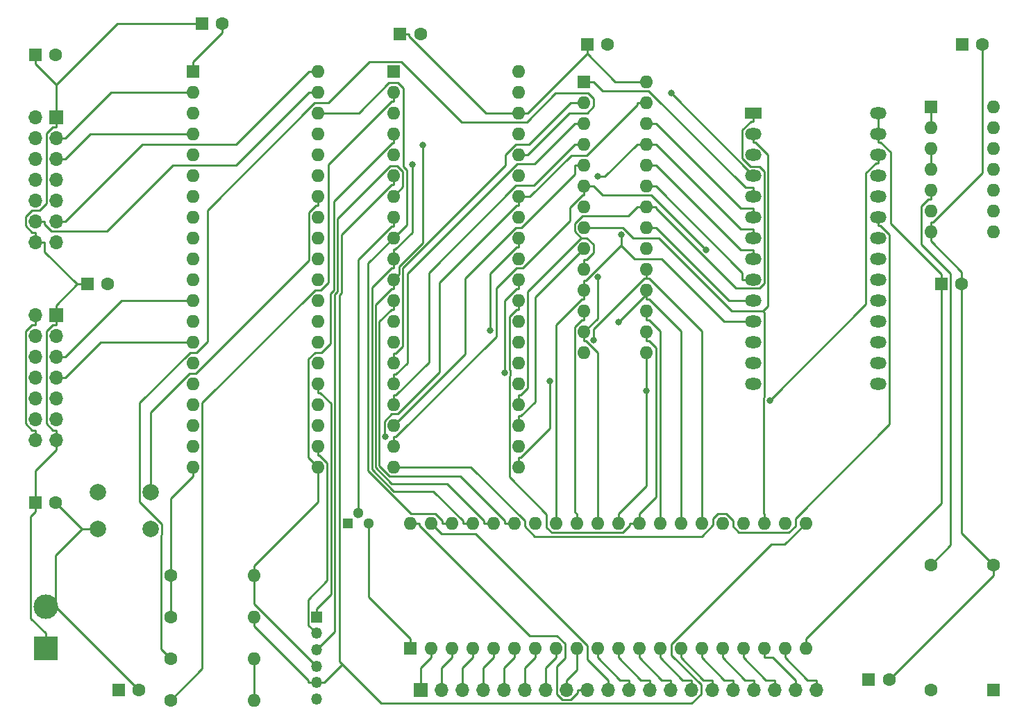
<source format=gbr>
%TF.GenerationSoftware,KiCad,Pcbnew,(5.1.10)-1*%
%TF.CreationDate,2021-06-24T21:47:08-07:00*%
%TF.ProjectId,6502helper,36353032-6865-46c7-9065-722e6b696361,rev?*%
%TF.SameCoordinates,Original*%
%TF.FileFunction,Copper,L2,Bot*%
%TF.FilePolarity,Positive*%
%FSLAX46Y46*%
G04 Gerber Fmt 4.6, Leading zero omitted, Abs format (unit mm)*
G04 Created by KiCad (PCBNEW (5.1.10)-1) date 2021-06-24 21:47:08*
%MOMM*%
%LPD*%
G01*
G04 APERTURE LIST*
%TA.AperFunction,ComponentPad*%
%ADD10O,1.600000X1.600000*%
%TD*%
%TA.AperFunction,ComponentPad*%
%ADD11R,1.600000X1.600000*%
%TD*%
%TA.AperFunction,ComponentPad*%
%ADD12O,2.000000X1.440000*%
%TD*%
%TA.AperFunction,ComponentPad*%
%ADD13R,2.000000X1.440000*%
%TD*%
%TA.AperFunction,ComponentPad*%
%ADD14C,1.600000*%
%TD*%
%TA.AperFunction,ComponentPad*%
%ADD15O,1.700000X1.700000*%
%TD*%
%TA.AperFunction,ComponentPad*%
%ADD16R,1.700000X1.700000*%
%TD*%
%TA.AperFunction,ComponentPad*%
%ADD17R,1.300000X1.300000*%
%TD*%
%TA.AperFunction,ComponentPad*%
%ADD18C,1.300000*%
%TD*%
%TA.AperFunction,ComponentPad*%
%ADD19C,2.000000*%
%TD*%
%TA.AperFunction,ComponentPad*%
%ADD20O,1.350000X1.350000*%
%TD*%
%TA.AperFunction,ComponentPad*%
%ADD21R,1.350000X1.350000*%
%TD*%
%TA.AperFunction,ComponentPad*%
%ADD22C,3.000000*%
%TD*%
%TA.AperFunction,ComponentPad*%
%ADD23R,3.000000X3.000000*%
%TD*%
%TA.AperFunction,ViaPad*%
%ADD24C,0.800000*%
%TD*%
%TA.AperFunction,Conductor*%
%ADD25C,0.250000*%
%TD*%
G04 APERTURE END LIST*
D10*
%TO.P,U7,40*%
%TO.N,IO28*%
X114300000Y-91440000D03*
%TO.P,U7,20*%
%TO.N,+5V*%
X162560000Y-106680000D03*
%TO.P,U7,39*%
%TO.N,IO29*%
X116840000Y-91440000D03*
%TO.P,U7,19*%
%TO.N,IO39*%
X160020000Y-106680000D03*
%TO.P,U7,38*%
%TO.N,/A0*%
X119380000Y-91440000D03*
%TO.P,U7,18*%
%TO.N,IO38*%
X157480000Y-106680000D03*
%TO.P,U7,37*%
%TO.N,/A1*%
X121920000Y-91440000D03*
%TO.P,U7,17*%
%TO.N,IO37*%
X154940000Y-106680000D03*
%TO.P,U7,36*%
%TO.N,/A2*%
X124460000Y-91440000D03*
%TO.P,U7,16*%
%TO.N,IO36*%
X152400000Y-106680000D03*
%TO.P,U7,35*%
%TO.N,/A3*%
X127000000Y-91440000D03*
%TO.P,U7,15*%
%TO.N,IO35*%
X149860000Y-106680000D03*
%TO.P,U7,34*%
%TO.N,~RESET~*%
X129540000Y-91440000D03*
%TO.P,U7,14*%
%TO.N,IO34*%
X147320000Y-106680000D03*
%TO.P,U7,33*%
%TO.N,/D0*%
X132080000Y-91440000D03*
%TO.P,U7,13*%
%TO.N,IO33*%
X144780000Y-106680000D03*
%TO.P,U7,32*%
%TO.N,/D1*%
X134620000Y-91440000D03*
%TO.P,U7,12*%
%TO.N,IO32*%
X142240000Y-106680000D03*
%TO.P,U7,31*%
%TO.N,/D2*%
X137160000Y-91440000D03*
%TO.P,U7,11*%
%TO.N,IO31*%
X139700000Y-106680000D03*
%TO.P,U7,30*%
%TO.N,/D3*%
X139700000Y-91440000D03*
%TO.P,U7,10*%
%TO.N,IO30*%
X137160000Y-106680000D03*
%TO.P,U7,29*%
%TO.N,/D4*%
X142240000Y-91440000D03*
%TO.P,U7,9*%
%TO.N,IO27*%
X134620000Y-106680000D03*
%TO.P,U7,28*%
%TO.N,/D5*%
X144780000Y-91440000D03*
%TO.P,U7,8*%
%TO.N,IO26*%
X132080000Y-106680000D03*
%TO.P,U7,27*%
%TO.N,/D6*%
X147320000Y-91440000D03*
%TO.P,U7,7*%
%TO.N,IO25*%
X129540000Y-106680000D03*
%TO.P,U7,26*%
%TO.N,/D7*%
X149860000Y-91440000D03*
%TO.P,U7,6*%
%TO.N,IO24*%
X127000000Y-106680000D03*
%TO.P,U7,25*%
%TO.N,CLK*%
X152400000Y-91440000D03*
%TO.P,U7,5*%
%TO.N,IO23*%
X124460000Y-106680000D03*
%TO.P,U7,24*%
%TO.N,/~IOSEL~*%
X154940000Y-91440000D03*
%TO.P,U7,4*%
%TO.N,IO22*%
X121920000Y-106680000D03*
%TO.P,U7,23*%
%TO.N,/A12*%
X157480000Y-91440000D03*
%TO.P,U7,3*%
%TO.N,IO21*%
X119380000Y-106680000D03*
%TO.P,U7,22*%
%TO.N,R~W~*%
X160020000Y-91440000D03*
%TO.P,U7,2*%
%TO.N,IO20*%
X116840000Y-106680000D03*
%TO.P,U7,21*%
%TO.N,~NMI~*%
X162560000Y-91440000D03*
D11*
%TO.P,U7,1*%
%TO.N,GND*%
X114300000Y-106680000D03*
%TD*%
D12*
%TO.P,U3,15*%
%TO.N,/D3*%
X171400000Y-74420000D03*
%TO.P,U3,14*%
%TO.N,GND*%
X156160000Y-74420000D03*
%TO.P,U3,16*%
%TO.N,/D4*%
X171400000Y-71880000D03*
%TO.P,U3,13*%
%TO.N,/D2*%
X156160000Y-71880000D03*
%TO.P,U3,17*%
%TO.N,/D5*%
X171400000Y-69340000D03*
%TO.P,U3,12*%
%TO.N,/D1*%
X156160000Y-69340000D03*
%TO.P,U3,18*%
%TO.N,/D6*%
X171400000Y-66800000D03*
%TO.P,U3,11*%
%TO.N,/D0*%
X156160000Y-66800000D03*
%TO.P,U3,19*%
%TO.N,/D7*%
X171400000Y-64260000D03*
%TO.P,U3,10*%
%TO.N,/A0*%
X156160000Y-64260000D03*
%TO.P,U3,20*%
%TO.N,/~ROMSEL~*%
X171400000Y-61720000D03*
%TO.P,U3,9*%
%TO.N,/A1*%
X156160000Y-61720000D03*
%TO.P,U3,21*%
%TO.N,/A10*%
X171400000Y-59180000D03*
%TO.P,U3,8*%
%TO.N,/A2*%
X156160000Y-59180000D03*
%TO.P,U3,22*%
%TO.N,GND*%
X171400000Y-56640000D03*
%TO.P,U3,7*%
%TO.N,/A3*%
X156160000Y-56640000D03*
%TO.P,U3,23*%
%TO.N,/A11*%
X171400000Y-54100000D03*
%TO.P,U3,6*%
%TO.N,/A4*%
X156160000Y-54100000D03*
%TO.P,U3,24*%
%TO.N,/A9*%
X171400000Y-51560000D03*
%TO.P,U3,5*%
%TO.N,/A5*%
X156160000Y-51560000D03*
%TO.P,U3,25*%
%TO.N,/A8*%
X171400000Y-49020000D03*
%TO.P,U3,4*%
%TO.N,/A6*%
X156160000Y-49020000D03*
%TO.P,U3,26*%
%TO.N,/A13*%
X171400000Y-46480000D03*
%TO.P,U3,3*%
%TO.N,/A7*%
X156160000Y-46480000D03*
%TO.P,U3,27*%
%TO.N,+5V*%
X171400000Y-43940000D03*
%TO.P,U3,2*%
%TO.N,/A12*%
X156160000Y-43940000D03*
%TO.P,U3,28*%
%TO.N,+5V*%
X171400000Y-41400000D03*
D13*
%TO.P,U3,1*%
%TO.N,/A14*%
X156160000Y-41400000D03*
%TD*%
D10*
%TO.P,R4,2*%
%TO.N,~IRQ~*%
X95250000Y-97790000D03*
D14*
%TO.P,R4,1*%
%TO.N,+5V*%
X85090000Y-97790000D03*
%TD*%
D10*
%TO.P,R3,2*%
%TO.N,~NMI~*%
X95250000Y-102870000D03*
D14*
%TO.P,R3,1*%
%TO.N,+5V*%
X85090000Y-102870000D03*
%TD*%
D15*
%TO.P,J5,20*%
%TO.N,IO39*%
X163830000Y-111760000D03*
%TO.P,J5,19*%
%TO.N,IO38*%
X161290000Y-111760000D03*
%TO.P,J5,18*%
%TO.N,IO37*%
X158750000Y-111760000D03*
%TO.P,J5,17*%
%TO.N,IO36*%
X156210000Y-111760000D03*
%TO.P,J5,16*%
%TO.N,IO35*%
X153670000Y-111760000D03*
%TO.P,J5,15*%
%TO.N,IO34*%
X151130000Y-111760000D03*
%TO.P,J5,14*%
%TO.N,IO33*%
X148590000Y-111760000D03*
%TO.P,J5,13*%
%TO.N,IO32*%
X146050000Y-111760000D03*
%TO.P,J5,12*%
%TO.N,IO31*%
X143510000Y-111760000D03*
%TO.P,J5,11*%
%TO.N,IO30*%
X140970000Y-111760000D03*
%TO.P,J5,10*%
%TO.N,IO29*%
X138430000Y-111760000D03*
%TO.P,J5,9*%
%TO.N,IO28*%
X135890000Y-111760000D03*
%TO.P,J5,8*%
%TO.N,IO27*%
X133350000Y-111760000D03*
%TO.P,J5,7*%
%TO.N,IO26*%
X130810000Y-111760000D03*
%TO.P,J5,6*%
%TO.N,IO25*%
X128270000Y-111760000D03*
%TO.P,J5,5*%
%TO.N,IO24*%
X125730000Y-111760000D03*
%TO.P,J5,4*%
%TO.N,IO23*%
X123190000Y-111760000D03*
%TO.P,J5,3*%
%TO.N,IO22*%
X120650000Y-111760000D03*
%TO.P,J5,2*%
%TO.N,IO21*%
X118110000Y-111760000D03*
D16*
%TO.P,J5,1*%
%TO.N,IO20*%
X115570000Y-111760000D03*
%TD*%
D14*
%TO.P,C4,2*%
%TO.N,GND*%
X81240000Y-111760000D03*
D11*
%TO.P,C4,1*%
%TO.N,+5V*%
X78740000Y-111760000D03*
%TD*%
D14*
%TO.P,X1,7*%
%TO.N,GND*%
X185420000Y-96520000D03*
%TO.P,X1,8*%
%TO.N,CLK*%
X177800000Y-96520000D03*
%TO.P,X1,14*%
%TO.N,+5V*%
X177800000Y-111760000D03*
D11*
%TO.P,X1,1*%
%TO.N,N/C*%
X185420000Y-111760000D03*
%TD*%
D10*
%TO.P,U6,40*%
%TO.N,IO8*%
X103070000Y-36320000D03*
%TO.P,U6,20*%
%TO.N,+5V*%
X87830000Y-84580000D03*
%TO.P,U6,39*%
%TO.N,IO9*%
X103070000Y-38860000D03*
%TO.P,U6,19*%
%TO.N,IO19*%
X87830000Y-82040000D03*
%TO.P,U6,38*%
%TO.N,/A0*%
X103070000Y-41400000D03*
%TO.P,U6,18*%
%TO.N,IO18*%
X87830000Y-79500000D03*
%TO.P,U6,37*%
%TO.N,/A1*%
X103070000Y-43940000D03*
%TO.P,U6,17*%
%TO.N,IO17*%
X87830000Y-76960000D03*
%TO.P,U6,36*%
%TO.N,/A2*%
X103070000Y-46480000D03*
%TO.P,U6,16*%
%TO.N,IO16*%
X87830000Y-74420000D03*
%TO.P,U6,35*%
%TO.N,/A3*%
X103070000Y-49020000D03*
%TO.P,U6,15*%
%TO.N,IO15*%
X87830000Y-71880000D03*
%TO.P,U6,34*%
%TO.N,~RESET~*%
X103070000Y-51560000D03*
%TO.P,U6,14*%
%TO.N,IO14*%
X87830000Y-69340000D03*
%TO.P,U6,33*%
%TO.N,/D0*%
X103070000Y-54100000D03*
%TO.P,U6,13*%
%TO.N,IO13*%
X87830000Y-66800000D03*
%TO.P,U6,32*%
%TO.N,/D1*%
X103070000Y-56640000D03*
%TO.P,U6,12*%
%TO.N,IO12*%
X87830000Y-64260000D03*
%TO.P,U6,31*%
%TO.N,/D2*%
X103070000Y-59180000D03*
%TO.P,U6,11*%
%TO.N,IO11*%
X87830000Y-61720000D03*
%TO.P,U6,30*%
%TO.N,/D3*%
X103070000Y-61720000D03*
%TO.P,U6,10*%
%TO.N,IO10*%
X87830000Y-59180000D03*
%TO.P,U6,29*%
%TO.N,/D4*%
X103070000Y-64260000D03*
%TO.P,U6,9*%
%TO.N,IO7*%
X87830000Y-56640000D03*
%TO.P,U6,28*%
%TO.N,/D5*%
X103070000Y-66800000D03*
%TO.P,U6,8*%
%TO.N,IO6*%
X87830000Y-54100000D03*
%TO.P,U6,27*%
%TO.N,/D6*%
X103070000Y-69340000D03*
%TO.P,U6,7*%
%TO.N,IO5*%
X87830000Y-51560000D03*
%TO.P,U6,26*%
%TO.N,/D7*%
X103070000Y-71880000D03*
%TO.P,U6,6*%
%TO.N,IO4*%
X87830000Y-49020000D03*
%TO.P,U6,25*%
%TO.N,CLK*%
X103070000Y-74420000D03*
%TO.P,U6,5*%
%TO.N,IO3*%
X87830000Y-46480000D03*
%TO.P,U6,24*%
%TO.N,/~IOSEL~*%
X103070000Y-76960000D03*
%TO.P,U6,4*%
%TO.N,IO2*%
X87830000Y-43940000D03*
%TO.P,U6,23*%
%TO.N,/A13*%
X103070000Y-79500000D03*
%TO.P,U6,3*%
%TO.N,IO1*%
X87830000Y-41400000D03*
%TO.P,U6,22*%
%TO.N,R~W~*%
X103070000Y-82040000D03*
%TO.P,U6,2*%
%TO.N,IO0*%
X87830000Y-38860000D03*
%TO.P,U6,21*%
%TO.N,~IRQ~*%
X103070000Y-84580000D03*
D11*
%TO.P,U6,1*%
%TO.N,GND*%
X87830000Y-36320000D03*
%TD*%
D10*
%TO.P,U5,28*%
%TO.N,+5V*%
X143140000Y-37590000D03*
%TO.P,U5,14*%
%TO.N,GND*%
X135520000Y-70610000D03*
%TO.P,U5,27*%
%TO.N,R~W~*%
X143140000Y-40130000D03*
%TO.P,U5,13*%
%TO.N,/D2*%
X135520000Y-68070000D03*
%TO.P,U5,26*%
%TO.N,/A4*%
X143140000Y-42670000D03*
%TO.P,U5,12*%
%TO.N,/D1*%
X135520000Y-65530000D03*
%TO.P,U5,25*%
%TO.N,/A3*%
X143140000Y-45210000D03*
%TO.P,U5,11*%
%TO.N,/D0*%
X135520000Y-62990000D03*
%TO.P,U5,24*%
%TO.N,/A2*%
X143140000Y-47750000D03*
%TO.P,U5,10*%
%TO.N,/A14*%
X135520000Y-60450000D03*
%TO.P,U5,23*%
%TO.N,/A1*%
X143140000Y-50290000D03*
%TO.P,U5,9*%
%TO.N,/A13*%
X135520000Y-57910000D03*
%TO.P,U5,22*%
%TO.N,/A14*%
X143140000Y-52830000D03*
%TO.P,U5,8*%
%TO.N,/A12*%
X135520000Y-55370000D03*
%TO.P,U5,21*%
%TO.N,/A0*%
X143140000Y-55370000D03*
%TO.P,U5,7*%
%TO.N,/A11*%
X135520000Y-52830000D03*
%TO.P,U5,20*%
%TO.N,/~RAMSEL~*%
X143140000Y-57910000D03*
%TO.P,U5,6*%
%TO.N,/A10*%
X135520000Y-50290000D03*
%TO.P,U5,19*%
%TO.N,/D7*%
X143140000Y-60450000D03*
%TO.P,U5,5*%
%TO.N,/A9*%
X135520000Y-47750000D03*
%TO.P,U5,18*%
%TO.N,/D6*%
X143140000Y-62990000D03*
%TO.P,U5,4*%
%TO.N,/A8*%
X135520000Y-45210000D03*
%TO.P,U5,17*%
%TO.N,/D5*%
X143140000Y-65530000D03*
%TO.P,U5,3*%
%TO.N,/A7*%
X135520000Y-42670000D03*
%TO.P,U5,16*%
%TO.N,/D4*%
X143140000Y-68070000D03*
%TO.P,U5,2*%
%TO.N,/A6*%
X135520000Y-40130000D03*
%TO.P,U5,15*%
%TO.N,/D3*%
X143140000Y-70610000D03*
D11*
%TO.P,U5,1*%
%TO.N,/A5*%
X135520000Y-37590000D03*
%TD*%
D17*
%TO.P,U4,1*%
%TO.N,~RESET~*%
X106680000Y-91440000D03*
D18*
%TO.P,U4,3*%
%TO.N,GND*%
X109220000Y-91440000D03*
%TO.P,U4,2*%
%TO.N,+5V*%
X107950000Y-90170000D03*
%TD*%
D10*
%TO.P,U2,14*%
%TO.N,+5V*%
X185420000Y-40640000D03*
%TO.P,U2,7*%
%TO.N,GND*%
X177800000Y-55880000D03*
%TO.P,U2,13*%
%TO.N,N/C*%
X185420000Y-43180000D03*
%TO.P,U2,6*%
%TO.N,/~RAMSEL~*%
X177800000Y-53340000D03*
%TO.P,U2,12*%
%TO.N,N/C*%
X185420000Y-45720000D03*
%TO.P,U2,5*%
%TO.N,CLK*%
X177800000Y-50800000D03*
%TO.P,U2,11*%
%TO.N,N/C*%
X185420000Y-48260000D03*
%TO.P,U2,4*%
%TO.N,/~ROMSEL~*%
X177800000Y-48260000D03*
%TO.P,U2,10*%
%TO.N,/A14*%
X185420000Y-50800000D03*
%TO.P,U2,3*%
%TO.N,/~ROMSEL~*%
X177800000Y-45720000D03*
%TO.P,U2,9*%
X185420000Y-53340000D03*
%TO.P,U2,2*%
%TO.N,/A15*%
X177800000Y-43180000D03*
%TO.P,U2,8*%
%TO.N,/~IOSEL~*%
X185420000Y-55880000D03*
D11*
%TO.P,U2,1*%
%TO.N,/A15*%
X177800000Y-40640000D03*
%TD*%
D10*
%TO.P,U1,40*%
%TO.N,~RESET~*%
X127550000Y-36320000D03*
%TO.P,U1,20*%
%TO.N,/A11*%
X112310000Y-84580000D03*
%TO.P,U1,39*%
%TO.N,N/C*%
X127550000Y-38860000D03*
%TO.P,U1,19*%
%TO.N,/A10*%
X112310000Y-82040000D03*
%TO.P,U1,38*%
%TO.N,+5V*%
X127550000Y-41400000D03*
%TO.P,U1,18*%
%TO.N,/A9*%
X112310000Y-79500000D03*
%TO.P,U1,37*%
%TO.N,CLK*%
X127550000Y-43940000D03*
%TO.P,U1,17*%
%TO.N,/A8*%
X112310000Y-76960000D03*
%TO.P,U1,36*%
%TO.N,Net-(R2-Pad1)*%
X127550000Y-46480000D03*
%TO.P,U1,16*%
%TO.N,/A7*%
X112310000Y-74420000D03*
%TO.P,U1,35*%
%TO.N,N/C*%
X127550000Y-49020000D03*
%TO.P,U1,15*%
%TO.N,/A6*%
X112310000Y-71880000D03*
%TO.P,U1,34*%
%TO.N,R~W~*%
X127550000Y-51560000D03*
%TO.P,U1,14*%
%TO.N,/A5*%
X112310000Y-69340000D03*
%TO.P,U1,33*%
%TO.N,/D0*%
X127550000Y-54100000D03*
%TO.P,U1,13*%
%TO.N,/A4*%
X112310000Y-66800000D03*
%TO.P,U1,32*%
%TO.N,/D1*%
X127550000Y-56640000D03*
%TO.P,U1,12*%
%TO.N,/A3*%
X112310000Y-64260000D03*
%TO.P,U1,31*%
%TO.N,/D2*%
X127550000Y-59180000D03*
%TO.P,U1,11*%
%TO.N,/A2*%
X112310000Y-61720000D03*
%TO.P,U1,30*%
%TO.N,/D3*%
X127550000Y-61720000D03*
%TO.P,U1,10*%
%TO.N,/A1*%
X112310000Y-59180000D03*
%TO.P,U1,29*%
%TO.N,/D4*%
X127550000Y-64260000D03*
%TO.P,U1,9*%
%TO.N,/A0*%
X112310000Y-56640000D03*
%TO.P,U1,28*%
%TO.N,/D5*%
X127550000Y-66800000D03*
%TO.P,U1,8*%
%TO.N,+5V*%
X112310000Y-54100000D03*
%TO.P,U1,27*%
%TO.N,/D6*%
X127550000Y-69340000D03*
%TO.P,U1,7*%
%TO.N,Sync*%
X112310000Y-51560000D03*
%TO.P,U1,26*%
%TO.N,/D7*%
X127550000Y-71880000D03*
%TO.P,U1,6*%
%TO.N,~NMI~*%
X112310000Y-49020000D03*
%TO.P,U1,25*%
%TO.N,/A15*%
X127550000Y-74420000D03*
%TO.P,U1,5*%
%TO.N,N/C*%
X112310000Y-46480000D03*
%TO.P,U1,24*%
%TO.N,/A14*%
X127550000Y-76960000D03*
%TO.P,U1,4*%
%TO.N,~IRQ~*%
X112310000Y-43940000D03*
%TO.P,U1,23*%
%TO.N,/A13*%
X127550000Y-79500000D03*
%TO.P,U1,3*%
%TO.N,N/C*%
X112310000Y-41400000D03*
%TO.P,U1,22*%
%TO.N,/A12*%
X127550000Y-82040000D03*
%TO.P,U1,2*%
%TO.N,Net-(R1-Pad1)*%
X112310000Y-38860000D03*
%TO.P,U1,21*%
%TO.N,GND*%
X127550000Y-84580000D03*
D11*
%TO.P,U1,1*%
%TO.N,N/C*%
X112310000Y-36320000D03*
%TD*%
D19*
%TO.P,SW1,1*%
%TO.N,~RESET~*%
X82700000Y-87630000D03*
%TO.P,SW1,2*%
%TO.N,GND*%
X82700000Y-92130000D03*
%TO.P,SW1,1*%
%TO.N,~RESET~*%
X76200000Y-87630000D03*
%TO.P,SW1,2*%
%TO.N,GND*%
X76200000Y-92130000D03*
%TD*%
D10*
%TO.P,R2,2*%
%TO.N,+5V*%
X95250000Y-107950000D03*
D14*
%TO.P,R2,1*%
%TO.N,Net-(R2-Pad1)*%
X85090000Y-107950000D03*
%TD*%
D10*
%TO.P,R1,2*%
%TO.N,+5V*%
X95250000Y-113030000D03*
D14*
%TO.P,R1,1*%
%TO.N,Net-(R1-Pad1)*%
X85090000Y-113030000D03*
%TD*%
D20*
%TO.P,J4,6*%
%TO.N,~RESET~*%
X102870000Y-112870000D03*
%TO.P,J4,5*%
%TO.N,~NMI~*%
X102870000Y-110870000D03*
%TO.P,J4,4*%
%TO.N,~IRQ~*%
X102870000Y-108870000D03*
%TO.P,J4,3*%
%TO.N,Sync*%
X102870000Y-106870000D03*
%TO.P,J4,2*%
%TO.N,R~W~*%
X102870000Y-104870000D03*
D21*
%TO.P,J4,1*%
%TO.N,CLK*%
X102870000Y-102870000D03*
%TD*%
D22*
%TO.P,J3,2*%
%TO.N,GND*%
X69850000Y-101600000D03*
D23*
%TO.P,J3,1*%
%TO.N,+5V*%
X69850000Y-106680000D03*
%TD*%
D15*
%TO.P,J2,14*%
%TO.N,+5V*%
X68580000Y-57150000D03*
%TO.P,J2,13*%
%TO.N,GND*%
X71120000Y-57150000D03*
%TO.P,J2,12*%
%TO.N,IO9*%
X68580000Y-54610000D03*
%TO.P,J2,11*%
%TO.N,IO8*%
X71120000Y-54610000D03*
%TO.P,J2,10*%
%TO.N,IO7*%
X68580000Y-52070000D03*
%TO.P,J2,9*%
%TO.N,IO6*%
X71120000Y-52070000D03*
%TO.P,J2,8*%
%TO.N,IO5*%
X68580000Y-49530000D03*
%TO.P,J2,7*%
%TO.N,IO4*%
X71120000Y-49530000D03*
%TO.P,J2,6*%
%TO.N,IO3*%
X68580000Y-46990000D03*
%TO.P,J2,5*%
%TO.N,IO2*%
X71120000Y-46990000D03*
%TO.P,J2,4*%
%TO.N,IO1*%
X68580000Y-44450000D03*
%TO.P,J2,3*%
%TO.N,IO0*%
X71120000Y-44450000D03*
%TO.P,J2,2*%
%TO.N,GND*%
X68580000Y-41910000D03*
D16*
%TO.P,J2,1*%
%TO.N,+5V*%
X71120000Y-41910000D03*
%TD*%
D15*
%TO.P,J1,14*%
%TO.N,GND*%
X68580000Y-81280000D03*
%TO.P,J1,13*%
%TO.N,+5V*%
X71120000Y-81280000D03*
%TO.P,J1,12*%
%TO.N,IO19*%
X68580000Y-78740000D03*
%TO.P,J1,11*%
%TO.N,IO18*%
X71120000Y-78740000D03*
%TO.P,J1,10*%
%TO.N,IO17*%
X68580000Y-76200000D03*
%TO.P,J1,9*%
%TO.N,IO16*%
X71120000Y-76200000D03*
%TO.P,J1,8*%
%TO.N,IO15*%
X68580000Y-73660000D03*
%TO.P,J1,7*%
%TO.N,IO14*%
X71120000Y-73660000D03*
%TO.P,J1,6*%
%TO.N,IO13*%
X68580000Y-71120000D03*
%TO.P,J1,5*%
%TO.N,IO12*%
X71120000Y-71120000D03*
%TO.P,J1,4*%
%TO.N,IO11*%
X68580000Y-68580000D03*
%TO.P,J1,3*%
%TO.N,IO10*%
X71120000Y-68580000D03*
%TO.P,J1,2*%
%TO.N,GND*%
X68580000Y-66040000D03*
D16*
%TO.P,J1,1*%
%TO.N,+5V*%
X71120000Y-66040000D03*
%TD*%
D14*
%TO.P,C10,2*%
%TO.N,GND*%
X184110000Y-33020000D03*
D11*
%TO.P,C10,1*%
%TO.N,+5V*%
X181610000Y-33020000D03*
%TD*%
D14*
%TO.P,C9,2*%
%TO.N,GND*%
X138390000Y-33020000D03*
D11*
%TO.P,C9,1*%
%TO.N,+5V*%
X135890000Y-33020000D03*
%TD*%
D14*
%TO.P,C8,2*%
%TO.N,GND*%
X77430000Y-62230000D03*
D11*
%TO.P,C8,1*%
%TO.N,+5V*%
X74930000Y-62230000D03*
%TD*%
D14*
%TO.P,C7,2*%
%TO.N,GND*%
X71080000Y-34290000D03*
D11*
%TO.P,C7,1*%
%TO.N,+5V*%
X68580000Y-34290000D03*
%TD*%
D14*
%TO.P,C6,2*%
%TO.N,GND*%
X115570000Y-31750000D03*
D11*
%TO.P,C6,1*%
%TO.N,+5V*%
X113070000Y-31750000D03*
%TD*%
D14*
%TO.P,C5,2*%
%TO.N,GND*%
X91400000Y-30480000D03*
D11*
%TO.P,C5,1*%
%TO.N,+5V*%
X88900000Y-30480000D03*
%TD*%
D14*
%TO.P,C3,2*%
%TO.N,GND*%
X181570000Y-62230000D03*
D11*
%TO.P,C3,1*%
%TO.N,+5V*%
X179070000Y-62230000D03*
%TD*%
D14*
%TO.P,C2,2*%
%TO.N,GND*%
X172720000Y-110490000D03*
D11*
%TO.P,C2,1*%
%TO.N,+5V*%
X170220000Y-110490000D03*
%TD*%
D14*
%TO.P,C1,2*%
%TO.N,GND*%
X71080000Y-88900000D03*
D11*
%TO.P,C1,1*%
%TO.N,+5V*%
X68580000Y-88900000D03*
%TD*%
D24*
%TO.N,GND*%
X131393900Y-74111300D03*
%TO.N,R~W~*%
X111271400Y-80900600D03*
%TO.N,/A10*%
X150405400Y-58134700D03*
%TO.N,/A6*%
X146130100Y-38990100D03*
%TO.N,/D0*%
X140091100Y-56231300D03*
%TO.N,/D1*%
X124062000Y-67934000D03*
%TO.N,/A3*%
X137173600Y-49156700D03*
%TO.N,/D2*%
X137189900Y-61448300D03*
%TO.N,/A2*%
X115872200Y-45354700D03*
%TO.N,/D3*%
X125827800Y-73123300D03*
X143140000Y-75287000D03*
%TO.N,/A1*%
X114589000Y-47655100D03*
%TO.N,/D6*%
X139748700Y-66943900D03*
%TO.N,/D7*%
X136675200Y-69075900D03*
%TO.N,/A13*%
X158166600Y-76443000D03*
%TD*%
D25*
%TO.N,GND*%
X68580000Y-66040000D02*
X68580000Y-67215300D01*
X68580000Y-81280000D02*
X68580000Y-80104700D01*
X68580000Y-80104700D02*
X68212700Y-80104700D01*
X68212700Y-80104700D02*
X67404700Y-79296700D01*
X67404700Y-79296700D02*
X67404700Y-68023200D01*
X67404700Y-68023200D02*
X68212600Y-67215300D01*
X68212600Y-67215300D02*
X68580000Y-67215300D01*
X127550000Y-83454700D02*
X127831300Y-83454700D01*
X127831300Y-83454700D02*
X131393900Y-79892100D01*
X131393900Y-79892100D02*
X131393900Y-74111300D01*
X127550000Y-84580000D02*
X127550000Y-83454700D01*
X177800000Y-55880000D02*
X177800000Y-54754700D01*
X184110000Y-33020000D02*
X184110000Y-48726000D01*
X184110000Y-48726000D02*
X178081300Y-54754700D01*
X178081300Y-54754700D02*
X177800000Y-54754700D01*
X181570000Y-62230000D02*
X181570000Y-60775300D01*
X181570000Y-60775300D02*
X177800000Y-57005300D01*
X185420000Y-96520000D02*
X181570000Y-92670000D01*
X181570000Y-92670000D02*
X181570000Y-62230000D01*
X177800000Y-55880000D02*
X177800000Y-57005300D01*
X74310000Y-92130000D02*
X76200000Y-92130000D01*
X71080000Y-88900000D02*
X74310000Y-92130000D01*
X74310000Y-92130000D02*
X71080000Y-95360000D01*
X71080000Y-95360000D02*
X71080000Y-101600000D01*
X71080000Y-101600000D02*
X69850000Y-101600000D01*
X81240000Y-111760000D02*
X71080000Y-101600000D01*
X172720000Y-110490000D02*
X185420000Y-97790000D01*
X185420000Y-97790000D02*
X185420000Y-96520000D01*
X114300000Y-106680000D02*
X114300000Y-105554700D01*
X109220000Y-91440000D02*
X109220000Y-100474700D01*
X109220000Y-100474700D02*
X114300000Y-105554700D01*
X87830000Y-36320000D02*
X87830000Y-35194700D01*
X91400000Y-30480000D02*
X91400000Y-31624700D01*
X91400000Y-31624700D02*
X87830000Y-35194700D01*
%TO.N,+5V*%
X162560000Y-106680000D02*
X162560000Y-105554700D01*
X179070000Y-62230000D02*
X179070000Y-89044700D01*
X179070000Y-89044700D02*
X162560000Y-105554700D01*
X179070000Y-61667300D02*
X179070000Y-62230000D01*
X85090000Y-102870000D02*
X85090000Y-97790000D01*
X68580000Y-57150000D02*
X69755300Y-57150000D01*
X73707400Y-62277300D02*
X71120000Y-64864700D01*
X74367400Y-62230000D02*
X74320000Y-62277400D01*
X74320000Y-62277400D02*
X73707400Y-62277400D01*
X73707400Y-62277400D02*
X73707400Y-62277300D01*
X73707400Y-62277300D02*
X69755300Y-58325300D01*
X69755300Y-58325300D02*
X69755300Y-57150000D01*
X179070000Y-61667300D02*
X179070000Y-61104700D01*
X71120000Y-41910000D02*
X71120000Y-43085300D01*
X68580000Y-57150000D02*
X68580000Y-55974700D01*
X68580000Y-55974700D02*
X68212700Y-55974700D01*
X68212700Y-55974700D02*
X67396900Y-55158900D01*
X67396900Y-55158900D02*
X67396900Y-54056400D01*
X67396900Y-54056400D02*
X68207900Y-53245400D01*
X68207900Y-53245400D02*
X69131600Y-53245400D01*
X69131600Y-53245400D02*
X69944700Y-52432300D01*
X69944700Y-52432300D02*
X69944700Y-43893200D01*
X69944700Y-43893200D02*
X70752600Y-43085300D01*
X70752600Y-43085300D02*
X71120000Y-43085300D01*
X71120000Y-37955300D02*
X71120000Y-41910000D01*
X135910000Y-34165300D02*
X139334700Y-37590000D01*
X139334700Y-37590000D02*
X143140000Y-37590000D01*
X135890000Y-34032700D02*
X135890000Y-34145300D01*
X135890000Y-34145300D02*
X135910000Y-34165300D01*
X135910000Y-34165300D02*
X128675300Y-41400000D01*
X135890000Y-33020000D02*
X135890000Y-34032700D01*
X127550000Y-41400000D02*
X128675300Y-41400000D01*
X113070000Y-31750000D02*
X114195300Y-31750000D01*
X114195300Y-31750000D02*
X114195300Y-32031300D01*
X114195300Y-32031300D02*
X123564000Y-41400000D01*
X123564000Y-41400000D02*
X127550000Y-41400000D01*
X112310000Y-54100000D02*
X112310000Y-55225300D01*
X107950000Y-90170000D02*
X107950000Y-59304000D01*
X107950000Y-59304000D02*
X112028700Y-55225300D01*
X112028700Y-55225300D02*
X112310000Y-55225300D01*
X71120000Y-66040000D02*
X71120000Y-64864700D01*
X74930000Y-62230000D02*
X74367400Y-62230000D01*
X71120000Y-66040000D02*
X71120000Y-67215300D01*
X71120000Y-81280000D02*
X71120000Y-80104700D01*
X71120000Y-80104700D02*
X70752700Y-80104700D01*
X70752700Y-80104700D02*
X69944700Y-79296700D01*
X69944700Y-79296700D02*
X69944700Y-68023200D01*
X69944700Y-68023200D02*
X70752600Y-67215300D01*
X70752600Y-67215300D02*
X71120000Y-67215300D01*
X71120000Y-81867600D02*
X71120000Y-81280000D01*
X69850000Y-106680000D02*
X69850000Y-104854700D01*
X68580000Y-88900000D02*
X68580000Y-90025300D01*
X68580000Y-90025300D02*
X68024700Y-90580600D01*
X68024700Y-90580600D02*
X68024700Y-103029400D01*
X68024700Y-103029400D02*
X69850000Y-104854700D01*
X71120000Y-82455300D02*
X68580000Y-84995300D01*
X68580000Y-84995300D02*
X68580000Y-88900000D01*
X71120000Y-81867600D02*
X71120000Y-82455300D01*
X68580000Y-35415300D02*
X71120000Y-37955300D01*
X71120000Y-37955300D02*
X78595300Y-30480000D01*
X78595300Y-30480000D02*
X88900000Y-30480000D01*
X179070000Y-61104700D02*
X172894600Y-54929300D01*
X172894600Y-54929300D02*
X172894600Y-46185900D01*
X172894600Y-46185900D02*
X171694000Y-44985300D01*
X171694000Y-44985300D02*
X171400000Y-44985300D01*
X87830000Y-84580000D02*
X87830000Y-85705300D01*
X87830000Y-85705300D02*
X85090000Y-88445300D01*
X85090000Y-88445300D02*
X85090000Y-97790000D01*
X171400000Y-41400000D02*
X171400000Y-43940000D01*
X95250000Y-113030000D02*
X95250000Y-107950000D01*
X68580000Y-34290000D02*
X68580000Y-35415300D01*
X171400000Y-43940000D02*
X171400000Y-44985300D01*
%TO.N,IO14*%
X71120000Y-73660000D02*
X72295300Y-73660000D01*
X72295300Y-73660000D02*
X76615300Y-69340000D01*
X76615300Y-69340000D02*
X87830000Y-69340000D01*
%TO.N,IO12*%
X71120000Y-71120000D02*
X72295300Y-71120000D01*
X72295300Y-71120000D02*
X79155300Y-64260000D01*
X79155300Y-64260000D02*
X87830000Y-64260000D01*
%TO.N,IO9*%
X103070000Y-38860000D02*
X101944700Y-38860000D01*
X68580000Y-54610000D02*
X69755300Y-54610000D01*
X69755300Y-54610000D02*
X69755300Y-54977300D01*
X69755300Y-54977300D02*
X70582000Y-55804000D01*
X70582000Y-55804000D02*
X77346700Y-55804000D01*
X77346700Y-55804000D02*
X85400700Y-47750000D01*
X85400700Y-47750000D02*
X93054700Y-47750000D01*
X93054700Y-47750000D02*
X101944700Y-38860000D01*
%TO.N,IO8*%
X103070000Y-36320000D02*
X101944700Y-36320000D01*
X71120000Y-54610000D02*
X72295300Y-54610000D01*
X72295300Y-54610000D02*
X81695300Y-45210000D01*
X81695300Y-45210000D02*
X93054700Y-45210000D01*
X93054700Y-45210000D02*
X101944700Y-36320000D01*
%TO.N,IO2*%
X71120000Y-46990000D02*
X72295300Y-46990000D01*
X72295300Y-46990000D02*
X75345300Y-43940000D01*
X75345300Y-43940000D02*
X87830000Y-43940000D01*
%TO.N,IO0*%
X71120000Y-44450000D02*
X72295300Y-44450000D01*
X72295300Y-44450000D02*
X77885300Y-38860000D01*
X77885300Y-38860000D02*
X87830000Y-38860000D01*
%TO.N,~RESET~*%
X103070000Y-51560000D02*
X103070000Y-52685300D01*
X82700000Y-87630000D02*
X82700000Y-77893800D01*
X82700000Y-77893800D02*
X87443800Y-73150000D01*
X87443800Y-73150000D02*
X88183100Y-73150000D01*
X88183100Y-73150000D02*
X101944700Y-59388400D01*
X101944700Y-59388400D02*
X101944700Y-53529200D01*
X101944700Y-53529200D02*
X102788600Y-52685300D01*
X102788600Y-52685300D02*
X103070000Y-52685300D01*
%TO.N,~NMI~*%
X106046400Y-108693900D02*
X105671200Y-108318800D01*
X105671200Y-108318800D02*
X105671200Y-63624800D01*
X105671200Y-63624800D02*
X105915700Y-63380300D01*
X105915700Y-63380300D02*
X105915700Y-56258200D01*
X105915700Y-56258200D02*
X112028600Y-50145300D01*
X112028600Y-50145300D02*
X112310000Y-50145300D01*
X106046400Y-108693900D02*
X110752600Y-113400200D01*
X110752600Y-113400200D02*
X148632400Y-113400200D01*
X148632400Y-113400200D02*
X149775700Y-112256900D01*
X149775700Y-112256900D02*
X149775700Y-111133200D01*
X149775700Y-111133200D02*
X146166400Y-107523900D01*
X146166400Y-107523900D02*
X146166400Y-106225700D01*
X146166400Y-106225700D02*
X158361000Y-94031100D01*
X158361000Y-94031100D02*
X159968900Y-94031100D01*
X159968900Y-94031100D02*
X162560000Y-91440000D01*
X103870300Y-110870000D02*
X106046400Y-108693900D01*
X102870000Y-110870000D02*
X103870300Y-110870000D01*
X112310000Y-49020000D02*
X112310000Y-50145300D01*
X102870000Y-110870000D02*
X101869700Y-110870000D01*
X95250000Y-102870000D02*
X95250000Y-103995300D01*
X101869700Y-110870000D02*
X101869700Y-110615000D01*
X101869700Y-110615000D02*
X95250000Y-103995300D01*
%TO.N,~IRQ~*%
X103070000Y-84580000D02*
X101913300Y-83423300D01*
X101913300Y-83423300D02*
X101913300Y-71436600D01*
X101913300Y-71436600D02*
X102739900Y-70610000D01*
X102739900Y-70610000D02*
X103467600Y-70610000D01*
X103467600Y-70610000D02*
X104564800Y-69512800D01*
X104564800Y-69512800D02*
X104564800Y-63457400D01*
X104564800Y-63457400D02*
X105015100Y-63007100D01*
X105015100Y-63007100D02*
X105015100Y-52183300D01*
X105015100Y-52183300D02*
X112133100Y-45065300D01*
X112133100Y-45065300D02*
X112310000Y-45065300D01*
X95250000Y-96664700D02*
X103070000Y-88844700D01*
X103070000Y-88844700D02*
X103070000Y-84580000D01*
X112310000Y-43940000D02*
X112310000Y-45065300D01*
X95250000Y-97790000D02*
X95250000Y-96664700D01*
X95250000Y-97790000D02*
X95250000Y-101250000D01*
X95250000Y-101250000D02*
X102870000Y-108870000D01*
%TO.N,Sync*%
X102870000Y-106870000D02*
X105095900Y-104644100D01*
X105095900Y-104644100D02*
X105095900Y-63563200D01*
X105095900Y-63563200D02*
X105465400Y-63193700D01*
X105465400Y-63193700D02*
X105465400Y-54271500D01*
X105465400Y-54271500D02*
X111861500Y-47875400D01*
X111861500Y-47875400D02*
X112763000Y-47875400D01*
X112763000Y-47875400D02*
X113435300Y-48547700D01*
X113435300Y-48547700D02*
X113435300Y-50434700D01*
X113435300Y-50434700D02*
X112310000Y-51560000D01*
%TO.N,R~W~*%
X127550000Y-52685300D02*
X127268700Y-52685300D01*
X127268700Y-52685300D02*
X117896700Y-62057300D01*
X117896700Y-62057300D02*
X117896700Y-72974900D01*
X117896700Y-72974900D02*
X112786200Y-78085400D01*
X112786200Y-78085400D02*
X112085400Y-78085400D01*
X112085400Y-78085400D02*
X111184600Y-78986200D01*
X111184600Y-78986200D02*
X111184600Y-80813800D01*
X111184600Y-80813800D02*
X111271400Y-80900600D01*
X143140000Y-40130000D02*
X142014700Y-40130000D01*
X142014700Y-40130000D02*
X142014700Y-40411300D01*
X142014700Y-40411300D02*
X135872100Y-46553900D01*
X135872100Y-46553900D02*
X133944300Y-46553900D01*
X133944300Y-46553900D02*
X128938200Y-51560000D01*
X128938200Y-51560000D02*
X127550000Y-51560000D01*
X127550000Y-51560000D02*
X127550000Y-52685300D01*
X103070000Y-82040000D02*
X103070000Y-83165300D01*
X102870000Y-104870000D02*
X101869600Y-103869600D01*
X101869600Y-103869600D02*
X101869600Y-100771200D01*
X101869600Y-100771200D02*
X104195300Y-98445500D01*
X104195300Y-98445500D02*
X104195300Y-84097800D01*
X104195300Y-84097800D02*
X103262800Y-83165300D01*
X103262800Y-83165300D02*
X103070000Y-83165300D01*
%TO.N,CLK*%
X102870000Y-101869700D02*
X104645600Y-100094100D01*
X104645600Y-100094100D02*
X104645600Y-76839500D01*
X104645600Y-76839500D02*
X103351400Y-75545300D01*
X103351400Y-75545300D02*
X103070000Y-75545300D01*
X103070000Y-74420000D02*
X103070000Y-75545300D01*
X102870000Y-102870000D02*
X102870000Y-101869700D01*
X177800000Y-96520000D02*
X180195400Y-94124600D01*
X180195400Y-94124600D02*
X180195400Y-60955400D01*
X180195400Y-60955400D02*
X176674700Y-57434700D01*
X176674700Y-57434700D02*
X176674700Y-52769200D01*
X176674700Y-52769200D02*
X177518600Y-51925300D01*
X177518600Y-51925300D02*
X177800000Y-51925300D01*
X177800000Y-50800000D02*
X177800000Y-51925300D01*
%TO.N,Net-(R1-Pad1)*%
X112310000Y-38860000D02*
X112310000Y-39985300D01*
X85090000Y-113030000D02*
X88955400Y-109164600D01*
X88955400Y-109164600D02*
X88955400Y-76758100D01*
X88955400Y-76758100D02*
X102723500Y-62990000D01*
X102723500Y-62990000D02*
X103446800Y-62990000D01*
X103446800Y-62990000D02*
X104339700Y-62097100D01*
X104339700Y-62097100D02*
X104339700Y-47674300D01*
X104339700Y-47674300D02*
X112028700Y-39985300D01*
X112028700Y-39985300D02*
X112310000Y-39985300D01*
%TO.N,Net-(R2-Pad1)*%
X127550000Y-46480000D02*
X128675300Y-46480000D01*
X85090000Y-107950000D02*
X83940600Y-106800600D01*
X83940600Y-106800600D02*
X83940600Y-92894100D01*
X83940600Y-92894100D02*
X84028000Y-92806700D01*
X84028000Y-92806700D02*
X84028000Y-91570400D01*
X84028000Y-91570400D02*
X81322900Y-88865300D01*
X81322900Y-88865300D02*
X81322900Y-76770200D01*
X81322900Y-76770200D02*
X87483100Y-70610000D01*
X87483100Y-70610000D02*
X88219300Y-70610000D01*
X88219300Y-70610000D02*
X89574600Y-69254700D01*
X89574600Y-69254700D02*
X89574600Y-53242700D01*
X89574600Y-53242700D02*
X102687300Y-40130000D01*
X102687300Y-40130000D02*
X104370600Y-40130000D01*
X104370600Y-40130000D02*
X109341200Y-35159400D01*
X109341200Y-35159400D02*
X113268900Y-35159400D01*
X113268900Y-35159400D02*
X120634900Y-42525400D01*
X120634900Y-42525400D02*
X128526300Y-42525400D01*
X128526300Y-42525400D02*
X132054900Y-38996800D01*
X132054900Y-38996800D02*
X136045500Y-38996800D01*
X136045500Y-38996800D02*
X136704000Y-39655300D01*
X136704000Y-39655300D02*
X136704000Y-40586500D01*
X136704000Y-40586500D02*
X135890500Y-41400000D01*
X135890500Y-41400000D02*
X133755300Y-41400000D01*
X133755300Y-41400000D02*
X128675300Y-46480000D01*
%TO.N,/A11*%
X171400000Y-55145300D02*
X171694000Y-55145300D01*
X171694000Y-55145300D02*
X172771500Y-56222800D01*
X172771500Y-56222800D02*
X172771500Y-79394500D01*
X172771500Y-79394500D02*
X161290000Y-90876000D01*
X161290000Y-90876000D02*
X161290000Y-91796400D01*
X161290000Y-91796400D02*
X160510500Y-92575900D01*
X160510500Y-92575900D02*
X154419600Y-92575900D01*
X154419600Y-92575900D02*
X153670000Y-91826300D01*
X153670000Y-91826300D02*
X153670000Y-91112500D01*
X153670000Y-91112500D02*
X152872100Y-90314600D01*
X152872100Y-90314600D02*
X151846800Y-90314600D01*
X151846800Y-90314600D02*
X151274600Y-90886800D01*
X151274600Y-90886800D02*
X151274600Y-91677300D01*
X151274600Y-91677300D02*
X149881500Y-93070400D01*
X149881500Y-93070400D02*
X129501400Y-93070400D01*
X129501400Y-93070400D02*
X128270000Y-91839000D01*
X128270000Y-91839000D02*
X128270000Y-91112500D01*
X128270000Y-91112500D02*
X121737500Y-84580000D01*
X121737500Y-84580000D02*
X112310000Y-84580000D01*
X171400000Y-54100000D02*
X171400000Y-55145300D01*
%TO.N,/A10*%
X136645300Y-50290000D02*
X137770600Y-51415300D01*
X137770600Y-51415300D02*
X143686000Y-51415300D01*
X143686000Y-51415300D02*
X150405400Y-58134700D01*
X135520000Y-51415300D02*
X135327200Y-51415300D01*
X135327200Y-51415300D02*
X133793800Y-52948700D01*
X133793800Y-52948700D02*
X133793800Y-54556200D01*
X133793800Y-54556200D02*
X128044600Y-60305400D01*
X128044600Y-60305400D02*
X127300500Y-60305400D01*
X127300500Y-60305400D02*
X124810400Y-62795500D01*
X124810400Y-62795500D02*
X124810400Y-68695600D01*
X124810400Y-68695600D02*
X112591300Y-80914700D01*
X112591300Y-80914700D02*
X112310000Y-80914700D01*
X135520000Y-50290000D02*
X135520000Y-51415300D01*
X112310000Y-82040000D02*
X112310000Y-80914700D01*
X135520000Y-50290000D02*
X136645300Y-50290000D01*
%TO.N,/A9*%
X112310000Y-79500000D02*
X120995200Y-70814800D01*
X120995200Y-70814800D02*
X120995200Y-61597600D01*
X120995200Y-61597600D02*
X127222800Y-55370000D01*
X127222800Y-55370000D02*
X127900000Y-55370000D01*
X127900000Y-55370000D02*
X134394700Y-48875300D01*
X134394700Y-48875300D02*
X134394700Y-47750000D01*
X135520000Y-47750000D02*
X134394700Y-47750000D01*
%TO.N,/A8*%
X112310000Y-75834700D02*
X112591300Y-75834700D01*
X112591300Y-75834700D02*
X116591700Y-71834300D01*
X116591700Y-71834300D02*
X116591700Y-60873800D01*
X116591700Y-60873800D02*
X127230000Y-50235500D01*
X127230000Y-50235500D02*
X129369200Y-50235500D01*
X129369200Y-50235500D02*
X134394700Y-45210000D01*
X135520000Y-45210000D02*
X134394700Y-45210000D01*
X112310000Y-76960000D02*
X112310000Y-75834700D01*
%TO.N,/A7*%
X112310000Y-74420000D02*
X112310000Y-73294700D01*
X135520000Y-42670000D02*
X134394700Y-42670000D01*
X134394700Y-42670000D02*
X129459400Y-47605300D01*
X129459400Y-47605300D02*
X127373000Y-47605300D01*
X127373000Y-47605300D02*
X114005300Y-60973000D01*
X114005300Y-60973000D02*
X114005300Y-71880700D01*
X114005300Y-71880700D02*
X112591300Y-73294700D01*
X112591300Y-73294700D02*
X112310000Y-73294700D01*
%TO.N,/A6*%
X135520000Y-40130000D02*
X133895300Y-40130000D01*
X133895300Y-40130000D02*
X128815300Y-45210000D01*
X128815300Y-45210000D02*
X127227500Y-45210000D01*
X127227500Y-45210000D02*
X125953900Y-46483600D01*
X125953900Y-46483600D02*
X125953900Y-47792000D01*
X125953900Y-47792000D02*
X113435300Y-60310600D01*
X113435300Y-60310600D02*
X113435300Y-69910800D01*
X113435300Y-69910800D02*
X112591400Y-70754700D01*
X112591400Y-70754700D02*
X112310000Y-70754700D01*
X112310000Y-71880000D02*
X112310000Y-70754700D01*
X156160000Y-49020000D02*
X146130100Y-38990100D01*
%TO.N,/A5*%
X135801400Y-37590000D02*
X135520000Y-37590000D01*
X135801400Y-37590000D02*
X136645300Y-37590000D01*
X156160000Y-51560000D02*
X156160000Y-50514700D01*
X156160000Y-50514700D02*
X155196600Y-50514700D01*
X155196600Y-50514700D02*
X143397200Y-38715300D01*
X143397200Y-38715300D02*
X137770600Y-38715300D01*
X137770600Y-38715300D02*
X136645300Y-37590000D01*
%TO.N,/D0*%
X140091100Y-57569400D02*
X140030900Y-57569400D01*
X140030900Y-57569400D02*
X135735600Y-61864700D01*
X135735600Y-61864700D02*
X135520000Y-61864700D01*
X156160000Y-66800000D02*
X152601400Y-66800000D01*
X152601400Y-66800000D02*
X144981400Y-59180000D01*
X144981400Y-59180000D02*
X141701700Y-59180000D01*
X141701700Y-59180000D02*
X140091100Y-57569400D01*
X140091100Y-57569400D02*
X140091100Y-56231300D01*
X135520000Y-62990000D02*
X135520000Y-61864700D01*
X135520000Y-62990000D02*
X135520000Y-63552600D01*
X135520000Y-63552600D02*
X135520000Y-64115300D01*
X132080000Y-90314700D02*
X132119200Y-90275500D01*
X132119200Y-90275500D02*
X132119200Y-67234800D01*
X132119200Y-67234800D02*
X135238700Y-64115300D01*
X135238700Y-64115300D02*
X135520000Y-64115300D01*
X132080000Y-91440000D02*
X132080000Y-90314700D01*
%TO.N,/A4*%
X143140000Y-42670000D02*
X144265300Y-42670000D01*
X156160000Y-54100000D02*
X156160000Y-53054700D01*
X144265300Y-42670000D02*
X154650000Y-53054700D01*
X154650000Y-53054700D02*
X156160000Y-53054700D01*
%TO.N,/D1*%
X127550000Y-57765300D02*
X127268700Y-57765300D01*
X127268700Y-57765300D02*
X124062000Y-60972000D01*
X124062000Y-60972000D02*
X124062000Y-67934000D01*
X127550000Y-56640000D02*
X127550000Y-57765300D01*
X135520000Y-65530000D02*
X135520000Y-66655300D01*
X134620000Y-91440000D02*
X134620000Y-90314700D01*
X134620000Y-90314700D02*
X134394700Y-90089400D01*
X134394700Y-90089400D02*
X134394700Y-67499200D01*
X134394700Y-67499200D02*
X135238600Y-66655300D01*
X135238600Y-66655300D02*
X135520000Y-66655300D01*
%TO.N,/A3*%
X143140000Y-45210000D02*
X144265300Y-45210000D01*
X156160000Y-56640000D02*
X156160000Y-55594700D01*
X144265300Y-45210000D02*
X154650000Y-55594700D01*
X154650000Y-55594700D02*
X156160000Y-55594700D01*
X142591800Y-45210000D02*
X143140000Y-45210000D01*
X142591800Y-45210000D02*
X142014700Y-45210000D01*
X142014700Y-45210000D02*
X138068000Y-49156700D01*
X138068000Y-49156700D02*
X137173600Y-49156700D01*
X125874700Y-91440000D02*
X125874700Y-91158700D01*
X125874700Y-91158700D02*
X120421400Y-85705400D01*
X120421400Y-85705400D02*
X111792300Y-85705400D01*
X111792300Y-85705400D02*
X110546100Y-84459200D01*
X110546100Y-84459200D02*
X110546100Y-66867900D01*
X110546100Y-66867900D02*
X112028700Y-65385300D01*
X112028700Y-65385300D02*
X112310000Y-65385300D01*
X127000000Y-91440000D02*
X125874700Y-91440000D01*
X112310000Y-64260000D02*
X112310000Y-65385300D01*
%TO.N,/D2*%
X135520000Y-68128600D02*
X137189900Y-66458700D01*
X137189900Y-66458700D02*
X137189900Y-61448300D01*
X135520000Y-68128600D02*
X135520000Y-68187300D01*
X135520000Y-68070000D02*
X135520000Y-68128600D01*
X135520000Y-68351300D02*
X135520000Y-69195300D01*
X135520000Y-68351300D02*
X135520000Y-68187300D01*
X135520000Y-69195300D02*
X135736600Y-69195300D01*
X135736600Y-69195300D02*
X137160000Y-70618700D01*
X137160000Y-70618700D02*
X137160000Y-91440000D01*
%TO.N,/A2*%
X123334700Y-91440000D02*
X123334700Y-91158700D01*
X123334700Y-91158700D02*
X118806800Y-86630800D01*
X118806800Y-86630800D02*
X112080800Y-86630800D01*
X112080800Y-86630800D02*
X110095800Y-84645800D01*
X110095800Y-84645800D02*
X110095800Y-64778200D01*
X110095800Y-64778200D02*
X112028700Y-62845300D01*
X112028700Y-62845300D02*
X112310000Y-62845300D01*
X112310000Y-61720000D02*
X112984900Y-61045100D01*
X112984900Y-61045100D02*
X112984900Y-60124100D01*
X112984900Y-60124100D02*
X115872200Y-57236800D01*
X115872200Y-57236800D02*
X115872200Y-45354700D01*
X112310000Y-61720000D02*
X112310000Y-62845300D01*
X124460000Y-91440000D02*
X123334700Y-91440000D01*
X143140000Y-47750000D02*
X144265300Y-47750000D01*
X156160000Y-59180000D02*
X156160000Y-58134700D01*
X144265300Y-47750000D02*
X154650000Y-58134700D01*
X154650000Y-58134700D02*
X156160000Y-58134700D01*
%TO.N,/D3*%
X143140000Y-75287000D02*
X143140000Y-86874700D01*
X143140000Y-86874700D02*
X139700000Y-90314700D01*
X127550000Y-61720000D02*
X127550000Y-62845300D01*
X125827800Y-73123300D02*
X125827800Y-64286200D01*
X125827800Y-64286200D02*
X127268700Y-62845300D01*
X127268700Y-62845300D02*
X127550000Y-62845300D01*
X143140000Y-70610000D02*
X143140000Y-75287000D01*
X139700000Y-91440000D02*
X139700000Y-90314700D01*
%TO.N,/A1*%
X120794700Y-91440000D02*
X120794700Y-91158700D01*
X120794700Y-91158700D02*
X117167400Y-87531400D01*
X117167400Y-87531400D02*
X112304800Y-87531400D01*
X112304800Y-87531400D02*
X109645500Y-84872100D01*
X109645500Y-84872100D02*
X109645500Y-62688500D01*
X109645500Y-62688500D02*
X112028700Y-60305300D01*
X112028700Y-60305300D02*
X112310000Y-60305300D01*
X114589000Y-47655100D02*
X114589000Y-55980100D01*
X114589000Y-55980100D02*
X112514400Y-58054700D01*
X112514400Y-58054700D02*
X112310000Y-58054700D01*
X112310000Y-59180000D02*
X112310000Y-60305300D01*
X154834700Y-61720000D02*
X154834700Y-60859400D01*
X154834700Y-60859400D02*
X144265300Y-50290000D01*
X112310000Y-59180000D02*
X112310000Y-58054700D01*
X156160000Y-61720000D02*
X154834700Y-61720000D01*
X143140000Y-50290000D02*
X144265300Y-50290000D01*
X121920000Y-91440000D02*
X120794700Y-91440000D01*
%TO.N,/D4*%
X142240000Y-91440000D02*
X142240000Y-90314700D01*
X143140000Y-68070000D02*
X143140000Y-69195300D01*
X143140000Y-69195300D02*
X143421300Y-69195300D01*
X143421300Y-69195300D02*
X144271600Y-70045600D01*
X144271600Y-70045600D02*
X144271600Y-88283100D01*
X144271600Y-88283100D02*
X142240000Y-90314700D01*
X141114700Y-91440000D02*
X141114700Y-91721300D01*
X141114700Y-91721300D02*
X140262000Y-92574000D01*
X140262000Y-92574000D02*
X131589500Y-92574000D01*
X131589500Y-92574000D02*
X130954600Y-91939100D01*
X130954600Y-91939100D02*
X130954600Y-90326500D01*
X130954600Y-90326500D02*
X126424700Y-85796600D01*
X126424700Y-85796600D02*
X126424700Y-73552200D01*
X126424700Y-73552200D02*
X126553100Y-73423800D01*
X126553100Y-73423800D02*
X126553100Y-72822800D01*
X126553100Y-72822800D02*
X126424700Y-72694400D01*
X126424700Y-72694400D02*
X126424700Y-66229200D01*
X126424700Y-66229200D02*
X127268600Y-65385300D01*
X127268600Y-65385300D02*
X127550000Y-65385300D01*
X127550000Y-64260000D02*
X127550000Y-65385300D01*
X142240000Y-91440000D02*
X141114700Y-91440000D01*
%TO.N,/A0*%
X119380000Y-91440000D02*
X118254700Y-91440000D01*
X112310000Y-56640000D02*
X109195100Y-59754900D01*
X109195100Y-59754900D02*
X109195100Y-85064400D01*
X109195100Y-85064400D02*
X114445400Y-90314700D01*
X114445400Y-90314700D02*
X117410800Y-90314700D01*
X117410800Y-90314700D02*
X118254700Y-91158600D01*
X118254700Y-91158600D02*
X118254700Y-91440000D01*
X103070000Y-41400000D02*
X108061000Y-41400000D01*
X108061000Y-41400000D02*
X111747100Y-37713900D01*
X111747100Y-37713900D02*
X112815300Y-37713900D01*
X112815300Y-37713900D02*
X113476300Y-38374900D01*
X113476300Y-38374900D02*
X113476300Y-47951800D01*
X113476300Y-47951800D02*
X113897100Y-48372600D01*
X113897100Y-48372600D02*
X113897100Y-55052900D01*
X113897100Y-55052900D02*
X112310000Y-56640000D01*
X143140000Y-55370000D02*
X144265300Y-55370000D01*
X144265300Y-55370000D02*
X153155300Y-64260000D01*
X153155300Y-64260000D02*
X156160000Y-64260000D01*
%TO.N,/D5*%
X143140000Y-65530000D02*
X143140000Y-66655300D01*
X143140000Y-66655300D02*
X143421300Y-66655300D01*
X143421300Y-66655300D02*
X144780000Y-68014000D01*
X144780000Y-68014000D02*
X144780000Y-91440000D01*
%TO.N,/D6*%
X143140000Y-63552600D02*
X139748700Y-66943900D01*
X143140000Y-63552600D02*
X143140000Y-64115300D01*
X143140000Y-62990000D02*
X143140000Y-63552600D01*
X143140000Y-64115300D02*
X143421300Y-64115300D01*
X143421300Y-64115300D02*
X147320000Y-68014000D01*
X147320000Y-68014000D02*
X147320000Y-91440000D01*
%TO.N,/D7*%
X136675200Y-69075900D02*
X136675200Y-67757300D01*
X136675200Y-67757300D02*
X142857200Y-61575300D01*
X142857200Y-61575300D02*
X143140000Y-61575300D01*
X143140000Y-60450000D02*
X143140000Y-61575300D01*
X143140000Y-61575300D02*
X143421300Y-61575300D01*
X143421300Y-61575300D02*
X149860000Y-68014000D01*
X149860000Y-68014000D02*
X149860000Y-91440000D01*
%TO.N,/A15*%
X177800000Y-40640000D02*
X177800000Y-43180000D01*
%TO.N,/A14*%
X135192500Y-56640000D02*
X135841800Y-56640000D01*
X135841800Y-56640000D02*
X136645300Y-57443500D01*
X136645300Y-57443500D02*
X136645300Y-58480800D01*
X136645300Y-58480800D02*
X135801400Y-59324700D01*
X135801400Y-59324700D02*
X135520000Y-59324700D01*
X142014700Y-52830000D02*
X140889400Y-53955300D01*
X140889400Y-53955300D02*
X135333100Y-53955300D01*
X135333100Y-53955300D02*
X134394600Y-54893800D01*
X134394600Y-54893800D02*
X134394600Y-55842100D01*
X134394600Y-55842100D02*
X135192500Y-56640000D01*
X135192500Y-56640000D02*
X128675300Y-63157200D01*
X128675300Y-63157200D02*
X128675300Y-74990800D01*
X128675300Y-74990800D02*
X127831400Y-75834700D01*
X127831400Y-75834700D02*
X127550000Y-75834700D01*
X156160000Y-42445300D02*
X155866000Y-42445300D01*
X155866000Y-42445300D02*
X154834600Y-43476700D01*
X154834600Y-43476700D02*
X154834600Y-46930100D01*
X154834600Y-46930100D02*
X155863300Y-47958800D01*
X155863300Y-47958800D02*
X156910900Y-47958800D01*
X156910900Y-47958800D02*
X157505800Y-48553700D01*
X157505800Y-48553700D02*
X157505800Y-62177900D01*
X157505800Y-62177900D02*
X156911900Y-62771800D01*
X156911900Y-62771800D02*
X154016800Y-62771800D01*
X154016800Y-62771800D02*
X144265300Y-53020300D01*
X144265300Y-53020300D02*
X144265300Y-52830000D01*
X127550000Y-76960000D02*
X127550000Y-75834700D01*
X135520000Y-60450000D02*
X135520000Y-59324700D01*
X143140000Y-52830000D02*
X142014700Y-52830000D01*
X143702700Y-52830000D02*
X143140000Y-52830000D01*
X143702700Y-52830000D02*
X144265300Y-52830000D01*
X156160000Y-41400000D02*
X156160000Y-42445300D01*
%TO.N,/A13*%
X171400000Y-47525300D02*
X171106000Y-47525300D01*
X171106000Y-47525300D02*
X169905400Y-48725900D01*
X169905400Y-48725900D02*
X169905400Y-64704200D01*
X169905400Y-64704200D02*
X158166600Y-76443000D01*
X171400000Y-46480000D02*
X171400000Y-47525300D01*
X127550000Y-79500000D02*
X127550000Y-78374700D01*
X135520000Y-57910000D02*
X129545900Y-63884100D01*
X129545900Y-63884100D02*
X129545900Y-76660100D01*
X129545900Y-76660100D02*
X127831300Y-78374700D01*
X127831300Y-78374700D02*
X127550000Y-78374700D01*
%TO.N,/A12*%
X157353200Y-65530000D02*
X157539500Y-65716300D01*
X157539500Y-65716300D02*
X157539500Y-76044400D01*
X157539500Y-76044400D02*
X157425200Y-76158700D01*
X157425200Y-76158700D02*
X157425200Y-90259900D01*
X157425200Y-90259900D02*
X157480000Y-90314700D01*
X156160000Y-44985300D02*
X156454000Y-44985300D01*
X156454000Y-44985300D02*
X157956200Y-46487500D01*
X157956200Y-46487500D02*
X157956200Y-64927000D01*
X157956200Y-64927000D02*
X157353200Y-65530000D01*
X135520000Y-55370000D02*
X140266700Y-55370000D01*
X140266700Y-55370000D02*
X141536700Y-56640000D01*
X141536700Y-56640000D02*
X144627900Y-56640000D01*
X144627900Y-56640000D02*
X153517900Y-65530000D01*
X153517900Y-65530000D02*
X157353200Y-65530000D01*
X156160000Y-43940000D02*
X156160000Y-44985300D01*
X157480000Y-91440000D02*
X157480000Y-90314700D01*
%TO.N,/~ROMSEL~*%
X177800000Y-45720000D02*
X177800000Y-48260000D01*
%TO.N,IO39*%
X163830000Y-111760000D02*
X163830000Y-110584700D01*
X160020000Y-106680000D02*
X160020000Y-107805300D01*
X163830000Y-110584700D02*
X162799400Y-110584700D01*
X162799400Y-110584700D02*
X160020000Y-107805300D01*
%TO.N,IO38*%
X157480000Y-106680000D02*
X157480000Y-107805300D01*
X161290000Y-111760000D02*
X161290000Y-110584700D01*
X161290000Y-110584700D02*
X158510600Y-107805300D01*
X158510600Y-107805300D02*
X157480000Y-107805300D01*
%TO.N,IO37*%
X158750000Y-111760000D02*
X158750000Y-110584700D01*
X154940000Y-106680000D02*
X154940000Y-107805300D01*
X158750000Y-110584700D02*
X157719400Y-110584700D01*
X157719400Y-110584700D02*
X154940000Y-107805300D01*
%TO.N,IO36*%
X156210000Y-111760000D02*
X156210000Y-110584700D01*
X152400000Y-106680000D02*
X152400000Y-107805300D01*
X156210000Y-110584700D02*
X155179400Y-110584700D01*
X155179400Y-110584700D02*
X152400000Y-107805300D01*
%TO.N,IO35*%
X153670000Y-111760000D02*
X153670000Y-110584700D01*
X149860000Y-106680000D02*
X149860000Y-107805300D01*
X153670000Y-110584700D02*
X152639400Y-110584700D01*
X152639400Y-110584700D02*
X149860000Y-107805300D01*
%TO.N,IO34*%
X151130000Y-111760000D02*
X151130000Y-110584700D01*
X147320000Y-106680000D02*
X147320000Y-107805300D01*
X151130000Y-110584700D02*
X150099400Y-110584700D01*
X150099400Y-110584700D02*
X147320000Y-107805300D01*
%TO.N,IO33*%
X148590000Y-111760000D02*
X148590000Y-110584700D01*
X144780000Y-106680000D02*
X144780000Y-107805300D01*
X148590000Y-110584700D02*
X147559400Y-110584700D01*
X147559400Y-110584700D02*
X144780000Y-107805300D01*
%TO.N,IO32*%
X146050000Y-111760000D02*
X146050000Y-110584700D01*
X142240000Y-106680000D02*
X142240000Y-107805300D01*
X146050000Y-110584700D02*
X145019400Y-110584700D01*
X145019400Y-110584700D02*
X142240000Y-107805300D01*
%TO.N,IO31*%
X143510000Y-111760000D02*
X143510000Y-110584700D01*
X139700000Y-106680000D02*
X139700000Y-107805300D01*
X143510000Y-110584700D02*
X142479400Y-110584700D01*
X142479400Y-110584700D02*
X139700000Y-107805300D01*
%TO.N,IO30*%
X140970000Y-111760000D02*
X140970000Y-110584700D01*
X137160000Y-106680000D02*
X137160000Y-107805300D01*
X140970000Y-110584700D02*
X139939400Y-110584700D01*
X139939400Y-110584700D02*
X137160000Y-107805300D01*
%TO.N,IO29*%
X138430000Y-111760000D02*
X138430000Y-110584700D01*
X138430000Y-110584700D02*
X135890000Y-108044700D01*
X135890000Y-108044700D02*
X135890000Y-106357300D01*
X135890000Y-106357300D02*
X122302900Y-92770200D01*
X122302900Y-92770200D02*
X118170200Y-92770200D01*
X118170200Y-92770200D02*
X116840000Y-91440000D01*
%TO.N,IO28*%
X135890000Y-111760000D02*
X134714700Y-111760000D01*
X114300000Y-91440000D02*
X115425300Y-91440000D01*
X115425300Y-91440000D02*
X115425300Y-91721300D01*
X115425300Y-91721300D02*
X128871500Y-105167500D01*
X128871500Y-105167500D02*
X132229500Y-105167500D01*
X132229500Y-105167500D02*
X133210000Y-106148000D01*
X133210000Y-106148000D02*
X133210000Y-107871500D01*
X133210000Y-107871500D02*
X132169900Y-108911600D01*
X132169900Y-108911600D02*
X132169900Y-112264800D01*
X132169900Y-112264800D02*
X132840400Y-112935300D01*
X132840400Y-112935300D02*
X133906800Y-112935300D01*
X133906800Y-112935300D02*
X134714700Y-112127400D01*
X134714700Y-112127400D02*
X134714700Y-111760000D01*
%TO.N,IO27*%
X133350000Y-111760000D02*
X133350000Y-110584700D01*
X133350000Y-110584700D02*
X134620000Y-109314700D01*
X134620000Y-109314700D02*
X134620000Y-106680000D01*
%TO.N,IO26*%
X132080000Y-106680000D02*
X132080000Y-107805300D01*
X130810000Y-111760000D02*
X130810000Y-109075300D01*
X130810000Y-109075300D02*
X132080000Y-107805300D01*
%TO.N,IO25*%
X129540000Y-106680000D02*
X129540000Y-107805300D01*
X128270000Y-111760000D02*
X128270000Y-109075300D01*
X128270000Y-109075300D02*
X129540000Y-107805300D01*
%TO.N,IO24*%
X127000000Y-106680000D02*
X127000000Y-107805300D01*
X125730000Y-111760000D02*
X125730000Y-109075300D01*
X125730000Y-109075300D02*
X127000000Y-107805300D01*
%TO.N,IO23*%
X124460000Y-106680000D02*
X124460000Y-107805300D01*
X123190000Y-111760000D02*
X123190000Y-109075300D01*
X123190000Y-109075300D02*
X124460000Y-107805300D01*
%TO.N,IO22*%
X121920000Y-106680000D02*
X121920000Y-107805300D01*
X120650000Y-111760000D02*
X120650000Y-109075300D01*
X120650000Y-109075300D02*
X121920000Y-107805300D01*
%TO.N,IO21*%
X119380000Y-106680000D02*
X119380000Y-107805300D01*
X118110000Y-111760000D02*
X118110000Y-109075300D01*
X118110000Y-109075300D02*
X119380000Y-107805300D01*
%TO.N,IO20*%
X116840000Y-106680000D02*
X116840000Y-107805300D01*
X115570000Y-111760000D02*
X115570000Y-109075300D01*
X115570000Y-109075300D02*
X116840000Y-107805300D01*
%TD*%
M02*

</source>
